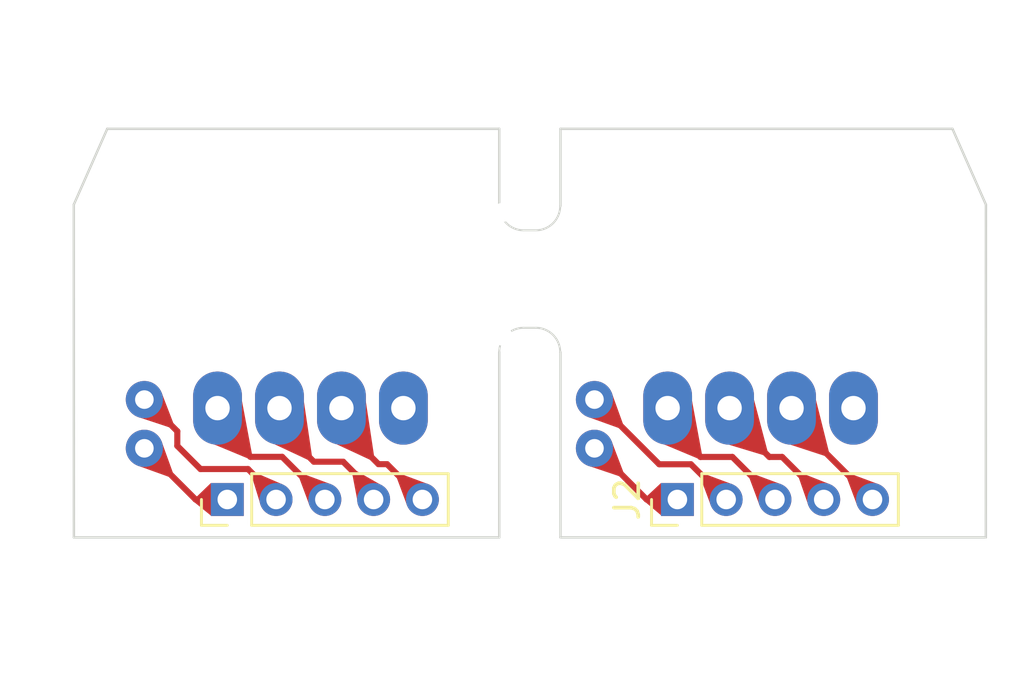
<source format=kicad_pcb>
(kicad_pcb (version 20221018) (generator pcbnew)
  (layers (0 "F.Cu" signal) (31 "B.Cu" signal) (34 "B.Paste" user) (35 "F.Paste" user) (36 "B.SilkS" user "B.Silkscreen") (37 "F.SilkS" user "F.Silkscreen") (38 "B.Mask" user) (39 "F.Mask" user) (44 "Edge.Cuts" user))
  (net 0 "")
  (net 2 "Net-(J1-Pin_1)")
  (net 3 "Net-(J1-Pin_2)")
  (net 4 "Net-(J1-Pin_3)")
  (net 5 "Net-(J1-Pin_4)")
  (net 6 "Net-(J1-Pin_5)")
  (net 7 "Net-(J2-Pin_2)")
  (net 8 "Net-(J2-Pin_3)")
  (net 9 "Net-(J2-Pin_4)")
  (net 10 "Net-(J2-Pin_5)")
  (net 12 "Net-(J2-Pin_1)")
  (footprint "marbastlib-various:mousebites_2.5mm" (layer "F.Cu") (at 94.760107 102.194428)
    (fp_text reference "REF**" hide)
    (fp_text value "mousebites 2mm" hide)
    (fp_line (start -1.5 -2) (end -1 -2) (stroke (width 0.08)) (layer "Edge.Cuts"))
    (fp_line (start -1 2) (end -1.5 2) (stroke (width 0.08)) (layer "Edge.Cuts"))
    (fp_arc (start -2.5 3) (mid -2.207108 2.292895) (end -1.500003 2.000003) (stroke (width 0.08)) (layer "Edge.Cuts"))
    (fp_arc (start -1.5 -2) (mid -2.207105 -2.292892) (end -2.499997 -2.999997) (stroke (width 0.08)) (layer "Edge.Cuts"))
    (fp_arc (start -1 2) (mid -0.292895 2.292892) (end -0.000003 2.999997) (stroke (width 0.08)) (layer "Edge.Cuts"))
    (fp_arc (start 0 -3) (mid -0.292892 -2.292895) (end -0.999997 -2.000003) (stroke (width 0.08)) (layer "Edge.Cuts"))
    (pad "" np_thru_hole circle (at -0.05 -1.85) (size 0.5 0.5) (drill 0.5) (layers F&B.Cu *.Mask))
    (pad "" np_thru_hole circle (at -0.05 -1.11) (size 0.5 0.5) (drill 0.5) (layers F&B.Cu *.Mask))
    (pad "" np_thru_hole circle (at -0.05 -0.37) (size 0.5 0.5) (drill 0.5) (layers F&B.Cu *.Mask))
    (pad "" np_thru_hole circle (at -0.05 0.37) (size 0.5 0.5) (drill 0.5) (layers F&B.Cu *.Mask))
    (pad "" np_thru_hole circle (at -0.05 1.11) (size 0.5 0.5) (drill 0.5) (layers F&B.Cu *.Mask))
    (pad "" np_thru_hole circle (at -0.05 1.85) (size 0.5 0.5) (drill 0.5) (layers F&B.Cu *.Mask))
  )
  (footprint "random-keyboard-parts:breakaway-mousebites" (layer "F.Cu") (at 92.660107 101.994428 90)
    (fp_text reference "REF**")
    (fp_text value "breakaway-mousebites")
    (pad "" np_thru_hole circle (at -2.54 -0.254 90) (size 0.7874 0.7874) (drill 0.7874) (layers *.Cu *.Mask))
    (pad "" np_thru_hole circle (at -1.27 -0.254 90) (size 0.7874 0.7874) (drill 0.7874) (layers *.Cu *.Mask))
    (pad "" np_thru_hole circle (at 0 -0.254 90) (size 0.7874 0.7874) (drill 0.7874) (layers *.Cu *.Mask))
    (pad "" np_thru_hole circle (at 1.27 -0.254 90) (size 0.7874 0.7874) (drill 0.7874) (layers *.Cu *.Mask))
    (pad "" np_thru_hole circle (at 2.54 -0.254 90) (size 0.7874 0.7874) (drill 0.7874) (layers *.Cu *.Mask))
  )
  (footprint "Connector_PinHeader_2.00mm:PinHeader_1x05_P2.00mm_Vertical" (layer "F.Cu") (at 99.565032 111.239995 90)
    (fp_text reference "J2" (at 0 -2.06 90) (layer "F.SilkS"))
    (fp_text value "Conn_01x05_Female")
    (fp_line (start -1.06 -1.06) (end 0 -1.06) (stroke (width 0.12)) (layer "F.SilkS"))
    (fp_line (start -1.06 0) (end -1.06 -1.06) (stroke (width 0.12)) (layer "F.SilkS"))
    (fp_line (start -1.06 1) (end -1.06 9.06) (stroke (width 0.12)) (layer "F.SilkS"))
    (fp_line (start -1.06 1) (end 1.06 1) (stroke (width 0.12)) (layer "F.SilkS"))
    (fp_line (start -1.06 9.06) (end 1.06 9.06) (stroke (width 0.12)) (layer "F.SilkS"))
    (fp_line (start 1.06 1) (end 1.06 9.06) (stroke (width 0.12)) (layer "F.SilkS"))
    (pad "1" thru_hole rect (at 0 0 90) (size 1.35 1.35) (drill 0.8) (layers *.Cu *.Mask) (net 12 "Net-(J2-Pin_1)"))
    (pad "2" thru_hole oval (at 0 2 90) (size 1.35 1.35) (drill 0.8) (layers *.Cu *.Mask) (net 7 "Net-(J2-Pin_2)"))
    (pad "3" thru_hole oval (at 0 4 90) (size 1.35 1.35) (drill 0.8) (layers *.Cu *.Mask) (net 8 "Net-(J2-Pin_3)"))
    (pad "4" thru_hole oval (at 0 6 90) (size 1.35 1.35) (drill 0.8) (layers *.Cu *.Mask) (net 9 "Net-(J2-Pin_4)"))
    (pad "5" thru_hole oval (at 0 8 90) (size 1.35 1.35) (drill 0.8) (layers *.Cu *.Mask) (net 10 "Net-(J2-Pin_5)"))
  )
  (footprint "prettylib:EVQWGD001-sadek-no cutout" (layer "F.Cu") (at 84.659983 101.639987 180)
    (fp_text reference "SW1" hide)
    (fp_text value "Rotary_Encoder_Switch-EVQ")
    (pad "" np_thru_hole circle (at -6.21 -5.85 180) (size 1.6 1.6) (drill 1.6) (layers *.Cu))
    (pad "A" thru_hole oval (at 3.95 -5.85 180) (size 2 3) (drill 1) (layers *.Cu *.Mask) (net 4 "Net-(J1-Pin_3)"))
    (pad "B" thru_hole oval (at 1.41 -5.85 180) (size 2 3) (drill 1) (layers *.Cu *.Mask) (net 5 "Net-(J1-Pin_4)"))
    (pad "C" thru_hole oval (at -1.13 -5.85 180) (size 2 3) (drill 1) (layers *.Cu *.Mask) (net 6 "Net-(J1-Pin_5)"))
    (pad "NC" thru_hole oval (at -3.67 -5.85 180) (size 2 3) (drill 1) (layers *.Cu *.Mask))
    (pad "S1" thru_hole circle (at 6.95 -7.5 180) (size 1.524 1.524) (drill 0.762) (layers *.Cu *.Mask) (net 2 "Net-(J1-Pin_1)"))
    (pad "S2" thru_hole oval (at 6.95 -5.5 180) (size 1.524 1.524) (drill 0.762) (layers *.Cu *.Mask) (net 3 "Net-(J1-Pin_2)"))
  )
  (footprint "prettylib:EVQWGD001-sadek-no cutout" (layer "F.Cu") (at 103.115018 101.639987 180)
    (fp_text reference "SW2" hide)
    (fp_text value "Rotary_Encoder_Switch-EVQ")
    (pad "" np_thru_hole circle (at -6.21 -5.85 180) (size 1.6 1.6) (drill 1.6) (layers *.Cu))
    (pad "A" thru_hole oval (at 3.95 -5.85 180) (size 2 3) (drill 1) (layers *.Cu *.Mask) (net 8 "Net-(J2-Pin_3)"))
    (pad "B" thru_hole oval (at 1.41 -5.85 180) (size 2 3) (drill 1) (layers *.Cu *.Mask) (net 9 "Net-(J2-Pin_4)"))
    (pad "C" thru_hole oval (at -1.13 -5.85 180) (size 2 3) (drill 1) (layers *.Cu *.Mask) (net 10 "Net-(J2-Pin_5)"))
    (pad "NC" thru_hole oval (at -3.67 -5.85 180) (size 2 3) (drill 1) (layers *.Cu *.Mask))
    (pad "S1" thru_hole circle (at 6.95 -7.5 180) (size 1.524 1.524) (drill 0.762) (layers *.Cu *.Mask) (net 12 "Net-(J2-Pin_1)"))
    (pad "S2" thru_hole oval (at 6.95 -5.5 180) (size 1.524 1.524) (drill 0.762) (layers *.Cu *.Mask) (net 7 "Net-(J2-Pin_2)"))
  )
  (footprint "Connector_PinHeader_2.00mm:PinHeader_1x05_P2.00mm_Vertical" (layer "F.Cu") (at 81.109997 111.239995 90)
    (fp_text reference "J1" hide)
    (fp_text value "Conn_01x05_Female")
    (fp_line (start -1.06 -1.06) (end 0 -1.06) (stroke (width 0.12)) (layer "F.SilkS"))
    (fp_line (start -1.06 0) (end -1.06 -1.06) (stroke (width 0.12)) (layer "F.SilkS"))
    (fp_line (start -1.06 1) (end -1.06 9.06) (stroke (width 0.12)) (layer "F.SilkS"))
    (fp_line (start -1.06 1) (end 1.06 1) (stroke (width 0.12)) (layer "F.SilkS"))
    (fp_line (start -1.06 9.06) (end 1.06 9.06) (stroke (width 0.12)) (layer "F.SilkS"))
    (fp_line (start 1.06 1) (end 1.06 9.06) (stroke (width 0.12)) (layer "F.SilkS"))
    (pad "1" thru_hole rect (at 0 0 90) (size 1.35 1.35) (drill 0.8) (layers *.Cu *.Mask) (net 2 "Net-(J1-Pin_1)"))
    (pad "2" thru_hole oval (at 0 2 90) (size 1.35 1.35) (drill 0.8) (layers *.Cu *.Mask) (net 3 "Net-(J1-Pin_2)"))
    (pad "3" thru_hole oval (at 0 4 90) (size 1.35 1.35) (drill 0.8) (layers *.Cu *.Mask) (net 4 "Net-(J1-Pin_3)"))
    (pad "4" thru_hole oval (at 0 6 90) (size 1.35 1.35) (drill 0.8) (layers *.Cu *.Mask) (net 5 "Net-(J1-Pin_4)"))
    (pad "5" thru_hole oval (at 0 8 90) (size 1.35 1.35) (drill 0.8) (layers *.Cu *.Mask) (net 6 "Net-(J1-Pin_5)"))
  )
  (gr_line (start 112.215144 99.139987) (end 112.211678 112.794428) (stroke (width 0.1)) (layer "Edge.Cuts"))
  (gr_line (start 76.18812 96.030349) (end 92.26011 96.030349) (stroke (width 0.1)) (layer "Edge.Cuts"))
  (gr_line (start 92.26011 96.030349) (end 92.260109 99.194428) (stroke (width 0.1)) (layer "Edge.Cuts"))
  (gr_line (start 92.260108 105.194428) (end 92.260107 112.794428) (stroke (width 0.1)) (layer "Edge.Cuts"))
  (gr_line (start 110.843523 96.030349) (end 112.215144 99.139987) (stroke (width 0.1)) (layer "Edge.Cuts"))
  (gr_line (start 94.771536 112.794428) (end 94.771535 105.194428) (stroke (width 0.1)) (layer "Edge.Cuts"))
  (gr_line (start 94.771534 99.194428) (end 94.771533 96.030349) (stroke (width 0.1)) (layer "Edge.Cuts"))
  (gr_line (start 112.211678 112.794428) (end 94.771536 112.794428) (stroke (width 0.1)) (layer "Edge.Cuts"))
  (gr_line (start 74.816499 99.139987) (end 76.18812 96.030349) (stroke (width 0.1)) (layer "Edge.Cuts"))
  (gr_line (start 94.771533 96.030349) (end 110.843523 96.030349) (stroke (width 0.1)) (layer "Edge.Cuts"))
  (gr_line (start 74.819965 112.794428) (end 74.816499 99.139987) (stroke (width 0.1)) (layer "Edge.Cuts"))
  (gr_line (start 92.260107 112.794428) (end 74.819965 112.794428) (stroke (width 0.1)) (layer "Edge.Cuts"))
  (segment (start 81.109997 111.239995) (end 79.809992 111.239997) (width 0.25) (layer "F.Cu") (net 2))
  (segment (start 79.809992 111.239997) (end 77.709996 109.139996) (width 0.25) (layer "F.Cu") (net 2))
  (segment (start 80.01 109.989996) (end 79.059991 109.040005) (width 0.25) (layer "F.Cu") (net 3))
  (segment (start 83.109989 111.240004) (end 83.159998 111.18999) (width 0.25) (layer "F.Cu") (net 3))
  (segment (start 83.159998 111.18999) (end 81.959986 109.990002) (width 0.25) (layer "F.Cu") (net 3))
  (segment (start 77.759991 107.140001) (end 77.709987 107.139993) (width 0.25) (layer "F.Cu") (net 3))
  (segment (start 79.059991 109.040005) (end 79.060002 108.439997) (width 0.25) (layer "F.Cu") (net 3))
  (segment (start 79.060002 108.439997) (end 77.759991 107.140001) (width 0.25) (layer "F.Cu") (net 3))
  (segment (start 81.959986 109.990002) (end 80.01 109.989996) (width 0.25) (layer "F.Cu") (net 3))
  (segment (start 82.059988 109.490002) (end 80.710001 108.139992) (width 0.25) (layer "F.Cu") (net 4))
  (segment (start 83.359982 109.489988) (end 82.059988 109.490002) (width 0.25) (layer "F.Cu") (net 4))
  (segment (start 85.109986 111.239998) (end 83.359982 109.489988) (width 0.25) (layer "F.Cu") (net 4))
  (segment (start 80.710001 108.139992) (end 80.709998 107.489986) (width 0.25) (layer "F.Cu") (net 4))
  (segment (start 84.659997 109.689999) (end 83.249995 108.28) (width 0.25) (layer "F.Cu") (net 5))
  (segment (start 87.109995 111.240007) (end 87.109985 110.939981) (width 0.25) (layer "F.Cu") (net 5))
  (segment (start 83.249995 108.28) (end 83.249996 107.489996) (width 0.25) (layer "F.Cu") (net 5))
  (segment (start 85.859998 109.689995) (end 84.659997 109.689999) (width 0.25) (layer "F.Cu") (net 5))
  (segment (start 87.109985 110.939981) (end 85.859998 109.689995) (width 0.25) (layer "F.Cu") (net 5))
  (segment (start 87.309994 109.789996) (end 85.789995 108.269989) (width 0.25) (layer "F.Cu") (net 6))
  (segment (start 89.110003 111.239996) (end 87.659999 109.790002) (width 0.25) (layer "F.Cu") (net 6))
  (segment (start 87.659999 109.790002) (end 87.309994 109.789996) (width 0.25) (layer "F.Cu") (net 6))
  (segment (start 85.789995 108.269989) (end 85.789985 107.489998) (width 0.25) (layer "F.Cu") (net 6))
  (segment (start 100.119465 109.794428) (end 101.565032 111.239995) (width 0.25) (layer "F.Cu") (net 7))
  (segment (start 96.165018 107.139987) (end 98.819459 109.794428) (width 0.25) (layer "F.Cu") (net 7))
  (segment (start 98.819459 109.794428) (end 100.119465 109.794428) (width 0.25) (layer "F.Cu") (net 7))
  (segment (start 100.510107 109.494428) (end 101.819465 109.494428) (width 0.25) (layer "F.Cu") (net 8))
  (segment (start 101.819465 109.494428) (end 103.565032 111.239995) (width 0.25) (layer "F.Cu") (net 8))
  (segment (start 99.165018 108.149339) (end 100.510107 109.494428) (width 0.25) (layer "F.Cu") (net 8))
  (segment (start 99.165018 107.489987) (end 99.165018 108.149339) (width 0.25) (layer "F.Cu") (net 8))
  (segment (start 105.565032 111.199353) (end 105.565032 111.239995) (width 0.25) (layer "F.Cu") (net 9))
  (segment (start 103.860107 109.494428) (end 105.565032 111.199353) (width 0.25) (layer "F.Cu") (net 9))
  (segment (start 101.705018 107.489987) (end 101.705018 107.864339) (width 0.25) (layer "F.Cu") (net 9))
  (segment (start 101.705018 107.864339) (end 103.335107 109.494428) (width 0.25) (layer "F.Cu") (net 9))
  (segment (start 103.335107 109.494428) (end 103.860107 109.494428) (width 0.25) (layer "F.Cu") (net 9))
  (segment (start 104.245018 107.919981) (end 107.565032 111.239995) (width 0.25) (layer "F.Cu") (net 10))
  (segment (start 104.245018 107.489987) (end 104.245018 107.919981) (width 0.25) (layer "F.Cu") (net 10))
  (segment (start 96.205666 109.139987) (end 98.305674 111.239995) (width 0.25) (layer "F.Cu") (net 12))
  (segment (start 98.305674 111.239995) (end 99.565032 111.239995) (width 0.25) (layer "F.Cu") (net 12))
  (segment (start 96.165018 109.139987) (end 96.205666 109.139987) (width 0.25) (layer "F.Cu") (net 12))
)
</source>
